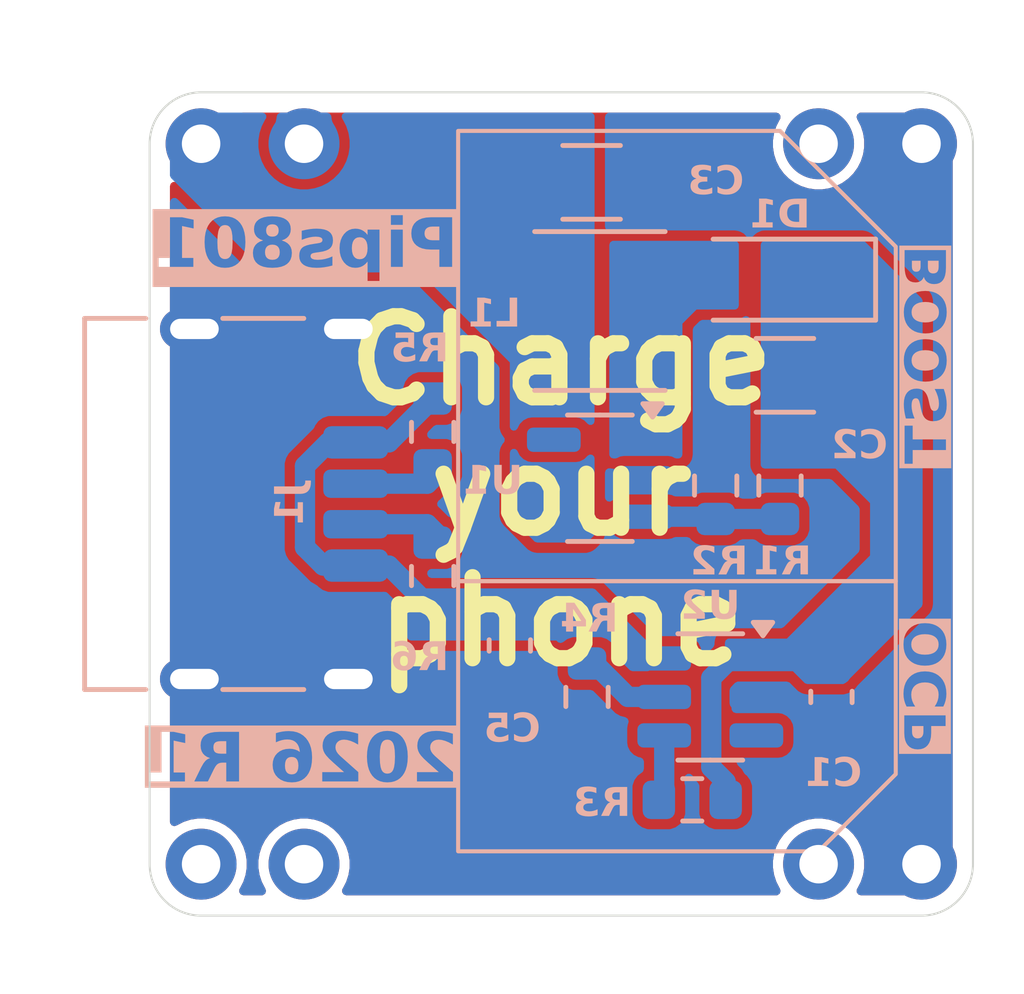
<source format=kicad_pcb>
(kicad_pcb (version 20241229) (generator "pcbnew") (generator_version "9.0")
  (title_block (rev "R1"))
  (layers (0 "F.Cu" signal) (2 "B.Cu" signal) (13 "F.Paste" user) (15 "B.Paste" user) (5 "F.SilkS" user "F.Silkscreen") (7 "B.SilkS" user "B.Silkscreen") (1 "F.Mask" user) (3 "B.Mask" user) (25 "Edge.Cuts" user))
  (net 0 "")
  (net 1 "+5V")
  (net 2 "GND")
  (net 3 "+VBATT")
  (net 4 "/SW")
  (net 5 "VBUS")
  (net 6 "/CC1")
  (net 7 "/CC2")
  (net 12 "/FB")
  (net 13 "Net-(U2-FAULT)")
  (net 14 "/ILIM")
  (footprint "MiniBadge:MiniBadge_Simple_NoEdges" (layer "F.Cu") (at 100.33 74.93)
    (property "Reference" "MB1" (hide yes))
    (property "Value" "MiniBadge")
    (pad "1" thru_hole circle (at 1.27 1.27) (size 1.75 1.75) (drill 0.95) (layers "*.Cu" "*.Mask") (net 3 "+VBATT"))
    (pad "2" thru_hole circle (at 3.81 1.27) (size 1.75 1.75) (drill 0.95) (layers "*.Cu" "*.Mask") (net 2 "GND"))
    (pad "7" thru_hole circle (at 16.51 1.27) (size 1.75 1.75) (drill 0.95) (layers "*.Cu" "*.Mask"))
    (pad "8" thru_hole circle (at 19.05 1.27) (size 1.75 1.75) (drill 0.95) (layers "*.Cu" "*.Mask") (net 2 "GND"))
    (pad "9" thru_hole circle (at 1.27 19.05) (size 1.75 1.75) (drill 0.95) (layers "*.Cu" "*.Mask"))
    (pad "10" thru_hole circle (at 3.81 19.05) (size 1.75 1.75) (drill 0.95) (layers "*.Cu" "*.Mask"))
    (pad "15" thru_hole circle (at 16.51 19.05) (size 1.75 1.75) (drill 0.95) (layers "*.Cu" "*.Mask"))
    (pad "16" thru_hole circle (at 19.05 19.05) (size 1.75 1.75) (drill 0.95) (layers "*.Cu" "*.Mask") (net 2 "GND"))
  )
  (footprint "Resistor_SMD:R_0603_1608Metric" (layer "B.Cu") (at 107.315 86.868 90)
    (property "Reference" "R6" (at -2.032 -0.3175 0) (layer "B.SilkS") (effects (font (size 0.7 0.7) (thickness 0.1)) (justify mirror)))
    (property "Value" "56kΩ")
    (fp_line (start -0.237258 -0.5225) (end 0.237258 -0.5225) (stroke (width 0.12)) (layer "B.SilkS"))
    (fp_line (start -0.237258 0.5225) (end 0.237258 0.5225) (stroke (width 0.12)) (layer "B.SilkS"))
    (pad "1" smd roundrect (at -0.825 0 90) (size 0.8 0.95) (layers "B.Cu" "B.Mask" "B.Paste") (net 5 "VBUS"))
    (pad "2" smd roundrect (at 0.825 0 90) (size 0.8 0.95) (layers "B.Cu" "B.Mask" "B.Paste") (net 6 "/CC1"))
  )
  (footprint "Resistor_SMD:R_0603_1608Metric" (layer "B.Cu") (at 115.8875 84.635552 -90)
    (property "Reference" "R1" (at 1.901802 -0.061324 0) (layer "B.SilkS") (effects (font (size 0.7 0.7) (thickness 0.1)) (justify mirror)))
    (property "Value" "?")
    (fp_line (start -0.237258 0.5225) (end 0.237258 0.5225) (stroke (width 0.12)) (layer "B.SilkS"))
    (fp_line (start -0.237258 -0.5225) (end 0.237258 -0.5225) (stroke (width 0.12)) (layer "B.SilkS"))
    (pad "1" smd roundrect (at -0.825 0 270) (size 0.8 0.95) (layers "B.Cu" "B.Mask" "B.Paste") (net 1 "+5V"))
    (pad "2" smd roundrect (at 0.825 0 270) (size 0.8 0.95) (layers "B.Cu" "B.Mask" "B.Paste") (net 12 "/FB"))
  )
  (footprint "Capacitor_SMD:C_0603_1608Metric" (layer "B.Cu") (at 109.22 88.5825 -90)
    (property "Reference" "C5" (at 2.081015 -0.058483 0) (layer "B.SilkS") (effects (font (size 0.7 0.7)) (justify mirror)))
    (property "Value" "10μF")
    (fp_line (start -0.14058 0.51) (end 0.14058 0.51) (stroke (width 0.12)) (layer "B.SilkS"))
    (fp_line (start -0.14058 -0.51) (end 0.14058 -0.51) (stroke (width 0.12)) (layer "B.SilkS"))
    (pad "1" smd roundrect (at -0.775 0 270) (size 0.9 0.95) (layers "B.Cu" "B.Mask" "B.Paste") (net 5 "VBUS"))
    (pad "2" smd roundrect (at 0.775 0 270) (size 0.9 0.95) (layers "B.Cu" "B.Mask" "B.Paste") (net 2 "GND"))
  )
  (footprint "Resistor_SMD:R_0603_1608Metric" (layer "B.Cu") (at 111.125 89.8525 -90)
    (property "Reference" "R4" (at -1.9025 -0.05375 0) (layer "B.SilkS") (effects (font (size 0.7 0.7) (thickness 0.1)) (justify mirror)))
    (property "Value" "59kΩ*")
    (fp_line (start -0.237258 0.5225) (end 0.237258 0.5225) (stroke (width 0.12)) (layer "B.SilkS"))
    (fp_line (start -0.237258 -0.5225) (end 0.237258 -0.5225) (stroke (width 0.12)) (layer "B.SilkS"))
    (pad "1" smd roundrect (at -0.825 0 270) (size 0.8 0.95) (layers "B.Cu" "B.Mask" "B.Paste") (net 14 "/ILIM"))
    (pad "2" smd roundrect (at 0.825 0 270) (size 0.8 0.95) (layers "B.Cu" "B.Mask" "B.Paste") (net 2 "GND"))
  )
  (footprint "Capacitor_SMD:C_0603_1608Metric" (layer "B.Cu") (at 117.1575 89.8525 -90)
    (property "Reference" "C1" (at 1.9075 -0.05375 0) (layer "B.SilkS") (effects (font (size 0.7 0.7) (thickness 0.1)) (justify mirror)))
    (property "Value" "0.1μF")
    (fp_line (start -0.14058 0.51) (end 0.14058 0.51) (stroke (width 0.12)) (layer "B.SilkS"))
    (fp_line (start -0.14058 -0.51) (end 0.14058 -0.51) (stroke (width 0.12)) (layer "B.SilkS"))
    (pad "1" smd roundrect (at -0.775 0 270) (size 0.9 0.95) (layers "B.Cu" "B.Mask" "B.Paste") (net 1 "+5V"))
    (pad "2" smd roundrect (at 0.775 0 270) (size 0.9 0.95) (layers "B.Cu" "B.Mask" "B.Paste") (net 2 "GND"))
  )
  (footprint "Package_TO_SOT_SMD:SOT-23-6" (layer "B.Cu") (at 111.4425 84.455 180)
    (property "Reference" "U1" (at 2.639786 -0.093505 0) (layer "B.SilkS") (effects (font (size 0.7 0.7) (thickness 0.1)) (justify mirror)))
    (property "Value" "MT3608")
    (fp_line (start 0 1.56) (end 0.8 1.56) (stroke (width 0.12)) (layer "B.SilkS"))
    (fp_line (start 0 1.56) (end -0.8 1.56) (stroke (width 0.12)) (layer "B.SilkS"))
    (fp_line (start 0 -1.56) (end 0.8 -1.56) (stroke (width 0.12)) (layer "B.SilkS"))
    (fp_line (start 0 -1.56) (end -0.8 -1.56) (stroke (width 0.12)) (layer "B.SilkS"))
    (fp_poly (pts (xy -1.3 1.51) (xy -1.54 1.84) (xy -1.06 1.84)) (stroke (width 0.12)) (fill yes) (layer "B.SilkS"))
    (pad "1" smd roundrect (at -1.1375 0.95 180) (size 1.325 0.6) (layers "B.Cu" "B.Mask" "B.Paste") (net 4 "/SW"))
    (pad "2" smd roundrect (at -1.1375 0 180) (size 1.325 0.6) (layers "B.Cu" "B.Mask" "B.Paste") (net 2 "GND"))
    (pad "3" smd roundrect (at -1.1375 -0.95 180) (size 1.325 0.6) (layers "B.Cu" "B.Mask" "B.Paste") (net 12 "/FB"))
    (pad "4" smd roundrect (at 1.1375 -0.95 180) (size 1.325 0.6) (layers "B.Cu" "B.Mask" "B.Paste") (net 3 "+VBATT"))
    (pad "5" smd roundrect (at 1.1375 0 180) (size 1.325 0.6) (layers "B.Cu" "B.Mask" "B.Paste") (net 3 "+VBATT"))
    (pad "6" smd roundrect (at 1.1375 0.95 180) (size 1.325 0.6) (layers "B.Cu" "B.Mask" "B.Paste"))
  )
  (footprint "Resistor_SMD:R_0603_1608Metric" (layer "B.Cu") (at 114.3 84.635552 90)
    (property "Reference" "R2" (at -1.904302 0.082956 0) (layer "B.SilkS") (effects (font (size 0.7 0.7) (thickness 0.1)) (justify mirror)))
    (property "Value" "?")
    (fp_line (start -0.237258 -0.5225) (end 0.237258 -0.5225) (stroke (width 0.12)) (layer "B.SilkS"))
    (fp_line (start -0.237258 0.5225) (end 0.237258 0.5225) (stroke (width 0.12)) (layer "B.SilkS"))
    (pad "1" smd roundrect (at -0.825 0 90) (size 0.8 0.95) (layers "B.Cu" "B.Mask" "B.Paste") (net 12 "/FB"))
    (pad "2" smd roundrect (at 0.825 0 90) (size 0.8 0.95) (layers "B.Cu" "B.Mask" "B.Paste") (net 2 "GND"))
  )
  (footprint "Resistor_SMD:R_0603_1608Metric" (layer "B.Cu") (at 107.315 83.312 -90)
    (property "Reference" "R5" (at -2.032 0.3175 0) (layer "B.SilkS") (effects (font (size 0.7 0.7) (thickness 0.1)) (justify mirror)))
    (property "Value" "56kΩ")
    (fp_line (start -0.237258 0.5225) (end 0.237258 0.5225) (stroke (width 0.12)) (layer "B.SilkS"))
    (fp_line (start -0.237258 -0.5225) (end 0.237258 -0.5225) (stroke (width 0.12)) (layer "B.SilkS"))
    (pad "1" smd roundrect (at -0.825 0 270) (size 0.8 0.95) (layers "B.Cu" "B.Mask" "B.Paste") (net 5 "VBUS"))
    (pad "2" smd roundrect (at 0.825 0 270) (size 0.8 0.95) (layers "B.Cu" "B.Mask" "B.Paste") (net 7 "/CC2"))
  )
  (footprint "Diode_SMD:D_SOD-123" (layer "B.Cu") (at 115.8875 79.553633 180)
    (property "Reference" "D1" (at 0.000001 1.577187 0) (layer "B.SilkS") (effects (font (size 0.7 0.7)) (justify mirror)))
    (property "Value" "≥6V")
    (fp_line (start -2.36 1) (end 1.65 1) (stroke (width 0.12)) (layer "B.SilkS"))
    (fp_line (start -2.36 1) (end -2.36 -1) (stroke (width 0.12)) (layer "B.SilkS"))
    (fp_line (start -2.36 -1) (end 1.65 -1) (stroke (width 0.12)) (layer "B.SilkS"))
    (pad "1" smd roundrect (at -1.65 0 180) (size 0.9 1.2) (layers "B.Cu" "B.Mask" "B.Paste") (net 1 "+5V"))
    (pad "2" smd roundrect (at 1.65 0 180) (size 0.9 1.2) (layers "B.Cu" "B.Mask" "B.Paste") (net 4 "/SW"))
  )
  (footprint "Inductor_SMD:L_Wuerth_MAPI-3020" (layer "B.Cu") (at 111.4425 80.3275)
    (property "Reference" "L1" (at -2.605786 0.093505 0) (layer "B.SilkS") (effects (font (size 0.7 0.7) (thickness 0.1)) (justify mirror)))
    (property "Value" "4.7μH")
    (fp_line (start -1.61 1.96) (end 1.61 1.96) (stroke (width 0.12)) (layer "B.SilkS"))
    (fp_line (start 1.61 -1.96) (end -1.61 -1.96) (stroke (width 0.12)) (layer "B.SilkS"))
    (pad "1" smd roundrect (at -1.05 0) (size 1.3 3.4) (layers "B.Cu" "B.Mask" "B.Paste") (roundrect_rratio 0.192308) (net 3 "+VBATT"))
    (pad "2" smd roundrect (at 1.05 0) (size 1.3 3.4) (layers "B.Cu" "B.Mask" "B.Paste") (roundrect_rratio 0.192308) (net 4 "/SW"))
  )
  (footprint "Resistor_SMD:R_0603_1608Metric" (layer "B.Cu") (at 113.7225 92.3925 180)
    (property "Reference" "R3" (at 2.234561 -0.105368 0) (layer "B.SilkS") (effects (font (size 0.7 0.7) (thickness 0.1)) (justify mirror)))
    (property "Value" "100kΩ")
    (fp_line (start -0.237258 0.5225) (end 0.237258 0.5225) (stroke (width 0.12)) (layer "B.SilkS"))
    (fp_line (start -0.237258 -0.5225) (end 0.237258 -0.5225) (stroke (width 0.12)) (layer "B.SilkS"))
    (pad "1" smd roundrect (at -0.825 0 180) (size 0.8 0.95) (layers "B.Cu" "B.Mask" "B.Paste") (net 1 "+5V"))
    (pad "2" smd roundrect (at 0.825 0 180) (size 0.8 0.95) (layers "B.Cu" "B.Mask" "B.Paste") (net 13 "Net-(U2-FAULT)"))
  )
  (footprint "Connector_USB:USB_C_Receptacle_HRO_TYPE-C-31-M-17" (layer "B.Cu") (at 102.235 85.09 90)
    (property "Reference" "J1" (at 0 1.5875 90) (layer "B.SilkS") (effects (font (size 0.7 0.7) (thickness 0.1)) (justify mirror)))
    (property "Value" "USB-C DFP")
    (fp_line (start -4.58 -3.51) (end 4.58 -3.51) (stroke (width 0.12)) (layer "B.SilkS"))
    (fp_line (start 4.58 -2) (end 4.58 -3.51) (stroke (width 0.12)) (layer "B.SilkS"))
    (fp_line (start -4.58 -2) (end -4.58 -3.51) (stroke (width 0.12)) (layer "B.SilkS"))
    (fp_line (start 4.58 1.9) (end 4.58 -0.1) (stroke (width 0.12)) (layer "B.SilkS"))
    (fp_line (start -4.58 1.9) (end -4.58 -0.1) (stroke (width 0.12)) (layer "B.SilkS"))
    (pad "A5" smd roundrect (at -0.5 3.18 90) (size 0.7 1.6) (layers "B.Cu" "B.Mask" "B.Paste") (net 6 "/CC1"))
    (pad "A9" smd roundrect (at 1.52 3.18 90) (size 0.8 1.6) (layers "B.Cu" "B.Mask" "B.Paste") (net 5 "VBUS"))
    (pad "A12" smd roundrect (at 2.75 3.18 90) (size 0.9 1.6) (layers "B.Cu" "B.Mask" "B.Paste") (net 2 "GND"))
    (pad "B5" smd roundrect (at 0.5 3.18 90) (size 0.7 1.6) (layers "B.Cu" "B.Mask" "B.Paste") (net 7 "/CC2"))
    (pad "B9" smd roundrect (at -1.52 3.18 90) (size 0.8 1.6) (layers "B.Cu" "B.Mask" "B.Paste") (net 5 "VBUS"))
    (pad "B12" smd roundrect (at -2.75 3.18 90) (size 0.9 1.6) (layers "B.Cu" "B.Mask" "B.Paste") (net 2 "GND"))
    (pad "S1" thru_hole oval (at -4.32 -0.8 90) (size 1 1.7) (drill oval 0.5 1.2) (property pad_prop_heatsink) (layers "*.Cu" "B.Mask") (net 2 "GND"))
    (pad "S1" thru_hole oval (at -4.32 3 90) (size 1 1.7) (drill oval 0.5 1.2) (property pad_prop_heatsink) (layers "*.Cu" "B.Mask") (net 2 "GND"))
    (pad "S1" thru_hole oval (at 4.32 -0.8 90) (size 1 1.7) (drill oval 0.5 1.2) (property pad_prop_heatsink) (layers "*.Cu" "B.Mask") (net 2 "GND"))
    (pad "S1" thru_hole oval (at 4.32 3 90) (size 1 1.7) (drill oval 0.5 1.2) (property pad_prop_heatsink) (layers "*.Cu" "B.Mask") (net 2 "GND"))
  )
  (footprint "Package_TO_SOT_SMD:SOT-23-6" (layer "B.Cu") (at 114.1675 89.8525 180)
    (property "Reference" "U2" (at 0 2.22 0) (layer "B.SilkS") (effects (font (size 0.7 0.7) (thickness 0.1)) (justify mirror)))
    (property "Value" "TPS255x")
    (fp_line (start 0 1.56) (end 0.8 1.56) (stroke (width 0.12)) (layer "B.SilkS"))
    (fp_line (start 0 1.56) (end -0.8 1.56) (stroke (width 0.12)) (layer "B.SilkS"))
    (fp_line (start 0 -1.56) (end 0.8 -1.56) (stroke (width 0.12)) (layer "B.SilkS"))
    (fp_line (start 0 -1.56) (end -0.8 -1.56) (stroke (width 0.12)) (layer "B.SilkS"))
    (fp_poly (pts (xy -1.3 1.51) (xy -1.54 1.84) (xy -1.06 1.84)) (stroke (width 0.12)) (fill yes) (layer "B.SilkS"))
    (pad "1" smd roundrect (at -1.1375 0.95 180) (size 1.325 0.6) (layers "B.Cu" "B.Mask" "B.Paste") (net 1 "+5V"))
    (pad "2" smd roundrect (at -1.1375 0 180) (size 1.325 0.6) (layers "B.Cu" "B.Mask" "B.Paste") (net 2 "GND"))
    (pad "3" smd roundrect (at -1.1375 -0.95 180) (size 1.325 0.6) (layers "B.Cu" "B.Mask" "B.Paste"))
    (pad "4" smd roundrect (at 1.1375 -0.95 180) (size 1.325 0.6) (layers "B.Cu" "B.Mask" "B.Paste") (net 13 "Net-(U2-FAULT)"))
    (pad "5" smd roundrect (at 1.1375 0 180) (size 1.325 0.6) (layers "B.Cu" "B.Mask" "B.Paste") (net 14 "/ILIM"))
    (pad "6" smd roundrect (at 1.1375 0.95 180) (size 1.325 0.6) (layers "B.Cu" "B.Mask" "B.Paste") (net 5 "VBUS"))
  )
  (footprint "Capacitor_SMD:C_1206_3216Metric" (layer "B.Cu") (at 111.2375 77.1525)
    (property "Reference" "C3" (at 3.0625 0 0) (layer "B.SilkS") (effects (font (size 0.7 0.7) (thickness 0.1)) (justify mirror)))
    (property "Value" "22μF")
    (fp_line (start -0.711252 -0.91) (end 0.711252 -0.91) (stroke (width 0.12)) (layer "B.SilkS"))
    (fp_line (start -0.711252 0.91) (end 0.711252 0.91) (stroke (width 0.12)) (layer "B.SilkS"))
    (pad "1" smd roundrect (at -1.475 0) (size 1.15 1.8) (layers "B.Cu" "B.Mask" "B.Paste") (roundrect_rratio 0.217391) (net 3 "+VBATT"))
    (pad "2" smd roundrect (at 1.475 0) (size 1.15 1.8) (layers "B.Cu" "B.Mask" "B.Paste") (roundrect_rratio 0.217391) (net 2 "GND"))
  )
  (footprint "Capacitor_SMD:C_1206_3216Metric" (layer "B.Cu") (at 116.009 81.915 180)
    (property "Reference" "C2" (at -1.838161 -1.754972 0) (layer "B.SilkS") (effects (font (size 0.7 0.7) (thickness 0.1)) (justify mirror)))
    (property "Value" "22μF")
    (fp_line (start -0.711252 0.91) (end 0.711252 0.91) (stroke (width 0.12)) (layer "B.SilkS"))
    (fp_line (start -0.711252 -0.91) (end 0.711252 -0.91) (stroke (width 0.12)) (layer "B.SilkS"))
    (pad "1" smd roundrect (at -1.475 0 180) (size 1.15 1.8) (layers "B.Cu" "B.Mask" "B.Paste") (roundrect_rratio 0.217391) (net 1 "+5V"))
    (pad "2" smd roundrect (at 1.475 0 180) (size 1.15 1.8) (layers "B.Cu" "B.Mask" "B.Paste") (roundrect_rratio 0.217391) (net 2 "GND"))
  )
  (gr_poly (pts (xy 107.94372 86.6775) (xy 107.94372 75.8825) (xy 115.8875 75.8825) (xy 118.745 78.74) (xy 118.745 86.995) (xy 107.94372 86.995)) (stroke (width 0.1)) (fill no) (layer "B.SilkS"))
  (gr_poly (pts (xy 107.94372 86.995) (xy 107.94372 93.6625) (xy 116.84 93.6625) (xy 118.745 91.7575) (xy 118.745 86.995)) (stroke (width 0.1)) (fill no) (layer "B.SilkS"))
  (gr_poly (pts (arc (start 101.6 74.93) (mid 100.701974 75.301974) (end 100.33 76.2)) (arc (start 100.33 93.98) (mid 100.701974 94.878026) (end 101.6 95.25)) (arc (start 119.38 95.25) (mid 120.278026 94.878026) (end 120.65 93.98)) (arc (start 120.65 76.2) (mid 120.278026 75.301974) (end 119.38 74.93))) (stroke (width 0.05)) (fill no) (layer "Edge.Cuts"))
  (gr_text "Charge\nyour\nphone" (at 110.49 84.7725 0) (layer "F.SilkS") (effects (font (size 2 2) (thickness 0.4) (bold yes))))
  (gr_text "Pips801" (at 107.95 78.74 0) (layer "B.SilkS" knockout) (effects (font (size 1.2 1.2) (thickness 5)) (justify left mirror)))
  (gr_text "2026 ${REVISION}" (at 107.95 91.44 0) (layer "B.SilkS" knockout) (effects (font (size 1.2 1.2) (thickness 0.125)) (justify left mirror)))
  (gr_text "BOOST" (at 120.153002 78.695629 90) (layer "B.SilkS" knockout) (effects (font (size 1 1) (thickness 0.2)) (justify left bottom mirror)))
  (gr_text "OCP" (at 120.144736 87.962351 90) (layer "B.SilkS" knockout) (effects (font (size 1 1) (thickness 0.2)) (justify left bottom mirror)))
  (segment (start 114.1915 91.5915) (end 114.1915 89.3835) (width 0.5) (layer "B.Cu") (net 1))
  (segment (start 114.6725 88.9025) (end 115.305 88.9025) (width 0.5) (layer "B.Cu") (net 1))
  (segment (start 114.1915 89.3835) (end 114.6725 88.9025) (width 0.5) (layer "B.Cu") (net 1))
  (segment (start 114.5475 91.9475) (end 114.1915 91.5915) (width 0.5) (layer "B.Cu") (net 1))
  (segment (start 105.415 80.95) (end 105.235 80.77) (width 1) (layer "B.Cu") (net 2))
  (segment (start 105.415 82.34) (end 105.415 80.95) (width 1) (layer "B.Cu") (net 2))
  (segment (start 105.415 87.84) (end 105.415 89.23) (width 1) (layer "B.Cu") (net 2))
  (segment (start 105.415 89.23) (end 105.235 89.41) (width 1) (layer "B.Cu") (net 2))
  (segment (start 105.415 83.57) (end 106.232 83.57) (width 0.5) (layer "B.Cu") (net 5))
  (segment (start 106.232 86.61) (end 107.315 87.693) (width 0.5) (layer "B.Cu") (net 5))
  (segment (start 104.615 86.61) (end 104.164 86.159) (width 0.5) (layer "B.Cu") (net 5))
  (segment (start 105.415 86.61) (end 106.232 86.61) (width 0.5) (layer "B.Cu") (net 5))
  (segment (start 104.164 86.159) (end 104.164 84.150854) (width 0.5) (layer "B.Cu") (net 5))
  (segment (start 106.232 83.57) (end 107.315 82.487) (width 0.5) (layer "B.Cu") (net 5))
  (segment (start 105.415 86.61) (end 104.615 86.61) (width 0.5) (layer "B.Cu") (net 5))
  (segment (start 104.744854 83.57) (end 105.415 83.57) (width 0.5) (layer "B.Cu") (net 5))
  (segment (start 104.164 84.150854) (end 104.744854 83.57) (width 0.5) (layer "B.Cu") (net 5))
  (segment (start 107.315 85.9795) (end 107.315 86.043) (width 0.5) (layer "B.Cu") (net 6))
  (segment (start 107.442 85.852) (end 107.442 85.8525) (width 0.5) (layer "B.Cu") (net 6))
  (segment (start 107.442 85.8525) (end 107.315 85.9795) (width 0.5) (layer "B.Cu") (net 6))
  (segment (start 107.18 85.59) (end 107.442 85.852) (width 0.5) (layer "B.Cu") (net 6))
  (segment (start 105.415 85.59) (end 107.18 85.59) (width 0.5) (layer "B.Cu") (net 6))
  (segment (start 107.315 84.2005) (end 107.315 84.137) (width 0.5) (layer "B.Cu") (net 7))
  (segment (start 105.415 84.59) (end 107.18 84.59) (width 0.5) (layer "B.Cu") (net 7))
  (segment (start 107.442 84.328) (end 107.442 84.3275) (width 0.5) (layer "B.Cu") (net 7))
  (segment (start 107.442 84.3275) (end 107.315 84.2005) (width 0.5) (layer "B.Cu") (net 7))
  (segment (start 107.18 84.59) (end 107.442 84.328) (width 0.5) (layer "B.Cu") (net 7))
  (segment (start 112.58 85.405) (end 114.244448 85.405) (width 0.5) (layer "B.Cu") (net 12))
  (segment (start 114.3 85.460552) (end 115.8875 85.460552) (width 0.5) (layer "B.Cu") (net 12))
  (segment (start 114.244448 85.405) (end 114.3 85.460552) (width 0.5) (layer "B.Cu") (net 12))
  (segment (start 113.03 90.8025) (end 113.03 92.08) (width 0.5) (layer "B.Cu") (net 13))
  (segment (start 112.135 89.8525) (end 111.31 89.0275) (width 0.5) (layer "B.Cu") (net 14))
  (segment (start 111.31 89.0275) (end 111.125 89.0275) (width 0.5) (layer "B.Cu") (net 14))
  (segment (start 113.03 89.8525) (end 112.135 89.8525) (width 0.5) (layer "B.Cu") (net 14))
  (zone (net 2) (net_name "GND") (layers "F.Cu" "B.Cu") (connect_pads yes (clearance 0.25)) (min_thickness 0.22) (fill yes (thermal_gap 0.5) (thermal_bridge_width 0.5))
    (polygon (pts (xy 121.92 73.66) (xy 99.06 73.66) (xy 99.06 96.52) (xy 121.92 96.52)))
  )
  (zone (net 5) (net_name "VBUS") (layer "B.Cu") (priority 3) (connect_pads yes (clearance 0.25)) (min_thickness 0.2) (fill yes (thermal_gap 0.5) (thermal_bridge_width 0.5))
    (polygon (pts (xy 111.125 89.2175) (xy 110.36857 88.46107) (xy 106.68 88.46107) (xy 106.68 87.3125) (xy 106.819078 87.173422) (xy 111.303422 87.173422) (xy 112.7125 88.5825) (xy 112.7125 89.2175)))
  )
  (zone (net 4) (net_name "/SW") (layer "B.Cu") (priority 2) (connect_pads yes (clearance 0.25)) (min_thickness 0.2) (fill yes (thermal_gap 0.5) (thermal_bridge_width 0.5))
    (polygon (pts (xy 111.674868 83.966731) (xy 113.479392 83.966731) (xy 113.479392 80.640108) (xy 113.828441 80.291059) (xy 114.871906 80.291059) (xy 114.871906 78.594857) (xy 111.674868 78.594857)))
  )
  (zone (net 3) (net_name "+VBATT") (layer "B.Cu") (priority 1) (connect_pads yes (clearance 0.25)) (min_thickness 0.2) (fill yes (thermal_gap 0.5) (thermal_bridge_width 0.5))
    (polygon (pts (xy 100.6475 75.2475) (xy 100.6475 76.835) (xy 103.1875 79.375) (xy 106.9975 79.375) (xy 109.22 81.5975) (xy 109.22 85.4075) (xy 109.855 86.0425) (xy 111.125 86.0425) (xy 111.311287 85.856213) (xy 111.311287 75.116287) (xy 111.4425 75.2475)))
  )
  (zone (net 1) (net_name "+5V") (layer "B.Cu") (connect_pads yes (clearance 0.25)) (min_thickness 0.2) (fill yes (thermal_gap 0.5) (thermal_bridge_width 0.5))
    (polygon (pts (xy 115.411355 78.594857) (xy 115.411355 84.217032) (xy 117.257232 84.217032) (xy 118.11 85.0698) (xy 118.11 86.36) (xy 116.05635 88.41365) (xy 114.52762 88.41365) (xy 114.52762 89.2175) (xy 116.205 89.2175) (xy 116.5225 89.535) (xy 117.475 89.535) (xy 119.408277 87.601723) (xy 119.408277 80.038277) (xy 117.964857 78.594857)))
  )
)
</source>
